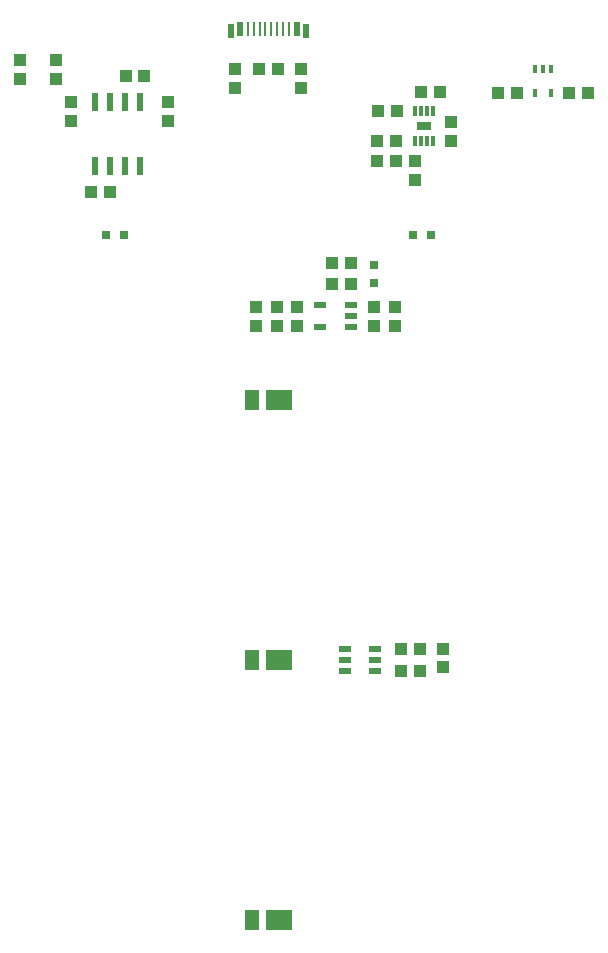
<source format=gtp>
G04*
G04 #@! TF.GenerationSoftware,Altium Limited,Altium Designer,22.2.1 (43)*
G04*
G04 Layer_Color=8421504*
%FSLAX44Y44*%
%MOMM*%
G71*
G04*
G04 #@! TF.SameCoordinates,51408D7C-6C8F-4155-A7B7-9BEF84A0B881*
G04*
G04*
G04 #@! TF.FilePolarity,Positive*
G04*
G01*
G75*
%ADD13R,1.1000X0.6000*%
%ADD14R,0.6000X1.5500*%
%ADD15R,0.4000X0.7500*%
%ADD16R,0.3500X0.7500*%
%ADD17R,1.1938X0.7874*%
%ADD18R,0.3048X0.8636*%
%ADD19R,1.0000X1.0000*%
%ADD20R,1.0000X1.0000*%
%ADD21R,2.2500X1.8000*%
%ADD22R,1.1500X1.8000*%
%ADD23R,0.8000X0.8000*%
%ADD24R,0.2000X1.2500*%
%ADD25R,0.5000X1.2500*%
%ADD26R,0.8000X0.8000*%
D13*
X390500Y390500D02*
D03*
Y409500D02*
D03*
Y400000D02*
D03*
X364500Y409500D02*
D03*
Y390500D02*
D03*
Y400000D02*
D03*
X344000Y700500D02*
D03*
Y681500D02*
D03*
X370000Y700500D02*
D03*
Y681500D02*
D03*
Y691000D02*
D03*
D14*
X153450Y818000D02*
D03*
X166150D02*
D03*
X178850D02*
D03*
X191550D02*
D03*
Y872000D02*
D03*
X178850D02*
D03*
X166150D02*
D03*
X153450D02*
D03*
D15*
X526000Y879500D02*
D03*
X526000Y900500D02*
D03*
X539000D02*
D03*
Y879500D02*
D03*
D16*
X532500Y900500D02*
D03*
D17*
X432000Y852000D02*
D03*
D18*
X429500Y839300D02*
D03*
X434500D02*
D03*
X424500D02*
D03*
X439500D02*
D03*
X434500Y864700D02*
D03*
X429500D02*
D03*
X439500D02*
D03*
X424500D02*
D03*
D19*
X412000Y390500D02*
D03*
X428000D02*
D03*
X412000Y409500D02*
D03*
X428000D02*
D03*
X150000Y796000D02*
D03*
X166000D02*
D03*
X370000Y718500D02*
D03*
X354000D02*
D03*
X429460Y881000D02*
D03*
X445460D02*
D03*
X408000Y822000D02*
D03*
X392000D02*
D03*
X308000Y900000D02*
D03*
X292000D02*
D03*
X179000Y894000D02*
D03*
X195000D02*
D03*
X370000Y736000D02*
D03*
X354000D02*
D03*
X554500Y879500D02*
D03*
X570500D02*
D03*
X510500D02*
D03*
X494500D02*
D03*
X409000Y864700D02*
D03*
X393000D02*
D03*
X408000Y839300D02*
D03*
X392000D02*
D03*
D20*
X90000Y908000D02*
D03*
Y892000D02*
D03*
X120000Y908000D02*
D03*
Y892000D02*
D03*
X389500Y683000D02*
D03*
Y699000D02*
D03*
X289500D02*
D03*
Y683000D02*
D03*
X324500D02*
D03*
Y699000D02*
D03*
X407000Y683000D02*
D03*
Y699000D02*
D03*
X455000Y839300D02*
D03*
Y855300D02*
D03*
X424380Y822000D02*
D03*
Y806000D02*
D03*
X447500Y409500D02*
D03*
Y393500D02*
D03*
X132500Y872000D02*
D03*
Y856000D02*
D03*
X215000Y872000D02*
D03*
Y856000D02*
D03*
X307000Y699000D02*
D03*
Y683000D02*
D03*
X328000Y900000D02*
D03*
Y884000D02*
D03*
X272000Y900000D02*
D03*
Y884000D02*
D03*
D21*
X308700Y620000D02*
D03*
Y400000D02*
D03*
Y180000D02*
D03*
D22*
X286300Y620000D02*
D03*
Y400000D02*
D03*
Y180000D02*
D03*
D23*
X437500Y760000D02*
D03*
X422500D02*
D03*
X177500Y760000D02*
D03*
X162500D02*
D03*
D24*
X292500Y933750D02*
D03*
X317500D02*
D03*
X312500D02*
D03*
X307500D02*
D03*
X302500D02*
D03*
X297500D02*
D03*
X287500D02*
D03*
X282500D02*
D03*
D25*
X332000Y932000D02*
D03*
X324000Y933750D02*
D03*
X276000D02*
D03*
X268000Y932000D02*
D03*
D26*
X389500Y719000D02*
D03*
Y734000D02*
D03*
M02*

</source>
